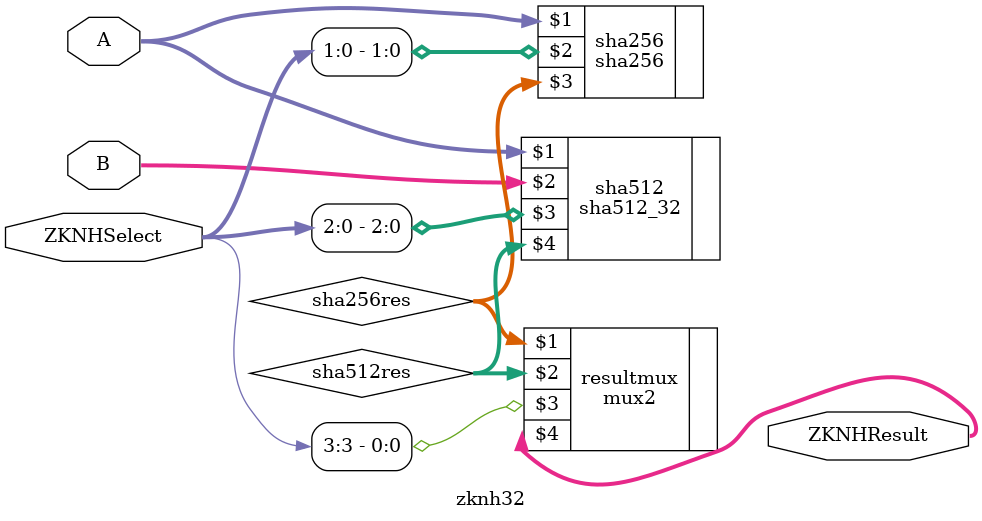
<source format=sv>

module zknh32 (
  input  logic [31:0] A, B,
  input  logic [3:0]  ZKNHSelect,
  output logic [31:0] ZKNHResult
);

   logic [31:0]	      sha256res, sha512res;

  sha256 sha256(A, ZKNHSelect[1:0], sha256res);                          // 256-bit SHA support: sha256{sig0/sig1/sum0/sum1}
  sha512_32 sha512(A, B, ZKNHSelect[2:0], sha512res);                    // 512-bit SHA support: sha512{sig0h/sig0l/sig1h/sig1l/sum0r/sum1r}
  mux2 #(32) resultmux(sha256res, sha512res, ZKNHSelect[3], ZKNHResult); // SHA256 vs. SHA512 result mux
endmodule

</source>
